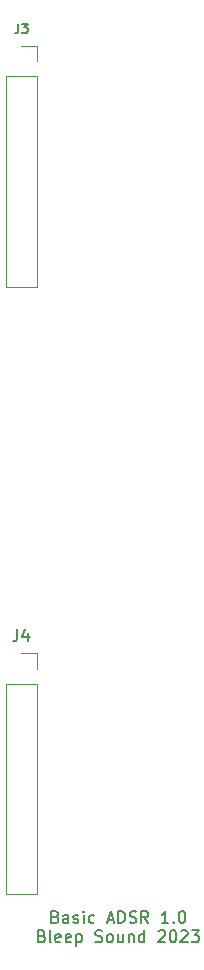
<source format=gto>
G04 #@! TF.GenerationSoftware,KiCad,Pcbnew,7.0.7-7.0.7~ubuntu22.04.1*
G04 #@! TF.CreationDate,2023-09-25T23:33:37+02:00*
G04 #@! TF.ProjectId,Basic-ADSR,42617369-632d-4414-9453-522e6b696361,rev?*
G04 #@! TF.SameCoordinates,Original*
G04 #@! TF.FileFunction,Legend,Top*
G04 #@! TF.FilePolarity,Positive*
%FSLAX46Y46*%
G04 Gerber Fmt 4.6, Leading zero omitted, Abs format (unit mm)*
G04 Created by KiCad (PCBNEW 7.0.7-7.0.7~ubuntu22.04.1) date 2023-09-25 23:33:37*
%MOMM*%
%LPD*%
G01*
G04 APERTURE LIST*
%ADD10C,0.150000*%
%ADD11C,0.120000*%
%ADD12R,1.700000X1.700000*%
%ADD13O,1.700000X1.700000*%
%ADD14C,3.200000*%
%ADD15R,1.600000X1.600000*%
%ADD16O,1.600000X1.600000*%
%ADD17C,1.600000*%
%ADD18R,1.500000X1.050000*%
%ADD19O,1.500000X1.050000*%
%ADD20C,1.700000*%
G04 APERTURE END LIST*
D10*
X33290476Y-121526009D02*
X33433333Y-121573628D01*
X33433333Y-121573628D02*
X33480952Y-121621247D01*
X33480952Y-121621247D02*
X33528571Y-121716485D01*
X33528571Y-121716485D02*
X33528571Y-121859342D01*
X33528571Y-121859342D02*
X33480952Y-121954580D01*
X33480952Y-121954580D02*
X33433333Y-122002200D01*
X33433333Y-122002200D02*
X33338095Y-122049819D01*
X33338095Y-122049819D02*
X32957143Y-122049819D01*
X32957143Y-122049819D02*
X32957143Y-121049819D01*
X32957143Y-121049819D02*
X33290476Y-121049819D01*
X33290476Y-121049819D02*
X33385714Y-121097438D01*
X33385714Y-121097438D02*
X33433333Y-121145057D01*
X33433333Y-121145057D02*
X33480952Y-121240295D01*
X33480952Y-121240295D02*
X33480952Y-121335533D01*
X33480952Y-121335533D02*
X33433333Y-121430771D01*
X33433333Y-121430771D02*
X33385714Y-121478390D01*
X33385714Y-121478390D02*
X33290476Y-121526009D01*
X33290476Y-121526009D02*
X32957143Y-121526009D01*
X34385714Y-122049819D02*
X34385714Y-121526009D01*
X34385714Y-121526009D02*
X34338095Y-121430771D01*
X34338095Y-121430771D02*
X34242857Y-121383152D01*
X34242857Y-121383152D02*
X34052381Y-121383152D01*
X34052381Y-121383152D02*
X33957143Y-121430771D01*
X34385714Y-122002200D02*
X34290476Y-122049819D01*
X34290476Y-122049819D02*
X34052381Y-122049819D01*
X34052381Y-122049819D02*
X33957143Y-122002200D01*
X33957143Y-122002200D02*
X33909524Y-121906961D01*
X33909524Y-121906961D02*
X33909524Y-121811723D01*
X33909524Y-121811723D02*
X33957143Y-121716485D01*
X33957143Y-121716485D02*
X34052381Y-121668866D01*
X34052381Y-121668866D02*
X34290476Y-121668866D01*
X34290476Y-121668866D02*
X34385714Y-121621247D01*
X34814286Y-122002200D02*
X34909524Y-122049819D01*
X34909524Y-122049819D02*
X35100000Y-122049819D01*
X35100000Y-122049819D02*
X35195238Y-122002200D01*
X35195238Y-122002200D02*
X35242857Y-121906961D01*
X35242857Y-121906961D02*
X35242857Y-121859342D01*
X35242857Y-121859342D02*
X35195238Y-121764104D01*
X35195238Y-121764104D02*
X35100000Y-121716485D01*
X35100000Y-121716485D02*
X34957143Y-121716485D01*
X34957143Y-121716485D02*
X34861905Y-121668866D01*
X34861905Y-121668866D02*
X34814286Y-121573628D01*
X34814286Y-121573628D02*
X34814286Y-121526009D01*
X34814286Y-121526009D02*
X34861905Y-121430771D01*
X34861905Y-121430771D02*
X34957143Y-121383152D01*
X34957143Y-121383152D02*
X35100000Y-121383152D01*
X35100000Y-121383152D02*
X35195238Y-121430771D01*
X35671429Y-122049819D02*
X35671429Y-121383152D01*
X35671429Y-121049819D02*
X35623810Y-121097438D01*
X35623810Y-121097438D02*
X35671429Y-121145057D01*
X35671429Y-121145057D02*
X35719048Y-121097438D01*
X35719048Y-121097438D02*
X35671429Y-121049819D01*
X35671429Y-121049819D02*
X35671429Y-121145057D01*
X36576190Y-122002200D02*
X36480952Y-122049819D01*
X36480952Y-122049819D02*
X36290476Y-122049819D01*
X36290476Y-122049819D02*
X36195238Y-122002200D01*
X36195238Y-122002200D02*
X36147619Y-121954580D01*
X36147619Y-121954580D02*
X36100000Y-121859342D01*
X36100000Y-121859342D02*
X36100000Y-121573628D01*
X36100000Y-121573628D02*
X36147619Y-121478390D01*
X36147619Y-121478390D02*
X36195238Y-121430771D01*
X36195238Y-121430771D02*
X36290476Y-121383152D01*
X36290476Y-121383152D02*
X36480952Y-121383152D01*
X36480952Y-121383152D02*
X36576190Y-121430771D01*
X37719048Y-121764104D02*
X38195238Y-121764104D01*
X37623810Y-122049819D02*
X37957143Y-121049819D01*
X37957143Y-121049819D02*
X38290476Y-122049819D01*
X38623810Y-122049819D02*
X38623810Y-121049819D01*
X38623810Y-121049819D02*
X38861905Y-121049819D01*
X38861905Y-121049819D02*
X39004762Y-121097438D01*
X39004762Y-121097438D02*
X39100000Y-121192676D01*
X39100000Y-121192676D02*
X39147619Y-121287914D01*
X39147619Y-121287914D02*
X39195238Y-121478390D01*
X39195238Y-121478390D02*
X39195238Y-121621247D01*
X39195238Y-121621247D02*
X39147619Y-121811723D01*
X39147619Y-121811723D02*
X39100000Y-121906961D01*
X39100000Y-121906961D02*
X39004762Y-122002200D01*
X39004762Y-122002200D02*
X38861905Y-122049819D01*
X38861905Y-122049819D02*
X38623810Y-122049819D01*
X39576191Y-122002200D02*
X39719048Y-122049819D01*
X39719048Y-122049819D02*
X39957143Y-122049819D01*
X39957143Y-122049819D02*
X40052381Y-122002200D01*
X40052381Y-122002200D02*
X40100000Y-121954580D01*
X40100000Y-121954580D02*
X40147619Y-121859342D01*
X40147619Y-121859342D02*
X40147619Y-121764104D01*
X40147619Y-121764104D02*
X40100000Y-121668866D01*
X40100000Y-121668866D02*
X40052381Y-121621247D01*
X40052381Y-121621247D02*
X39957143Y-121573628D01*
X39957143Y-121573628D02*
X39766667Y-121526009D01*
X39766667Y-121526009D02*
X39671429Y-121478390D01*
X39671429Y-121478390D02*
X39623810Y-121430771D01*
X39623810Y-121430771D02*
X39576191Y-121335533D01*
X39576191Y-121335533D02*
X39576191Y-121240295D01*
X39576191Y-121240295D02*
X39623810Y-121145057D01*
X39623810Y-121145057D02*
X39671429Y-121097438D01*
X39671429Y-121097438D02*
X39766667Y-121049819D01*
X39766667Y-121049819D02*
X40004762Y-121049819D01*
X40004762Y-121049819D02*
X40147619Y-121097438D01*
X41147619Y-122049819D02*
X40814286Y-121573628D01*
X40576191Y-122049819D02*
X40576191Y-121049819D01*
X40576191Y-121049819D02*
X40957143Y-121049819D01*
X40957143Y-121049819D02*
X41052381Y-121097438D01*
X41052381Y-121097438D02*
X41100000Y-121145057D01*
X41100000Y-121145057D02*
X41147619Y-121240295D01*
X41147619Y-121240295D02*
X41147619Y-121383152D01*
X41147619Y-121383152D02*
X41100000Y-121478390D01*
X41100000Y-121478390D02*
X41052381Y-121526009D01*
X41052381Y-121526009D02*
X40957143Y-121573628D01*
X40957143Y-121573628D02*
X40576191Y-121573628D01*
X42861905Y-122049819D02*
X42290477Y-122049819D01*
X42576191Y-122049819D02*
X42576191Y-121049819D01*
X42576191Y-121049819D02*
X42480953Y-121192676D01*
X42480953Y-121192676D02*
X42385715Y-121287914D01*
X42385715Y-121287914D02*
X42290477Y-121335533D01*
X43290477Y-121954580D02*
X43338096Y-122002200D01*
X43338096Y-122002200D02*
X43290477Y-122049819D01*
X43290477Y-122049819D02*
X43242858Y-122002200D01*
X43242858Y-122002200D02*
X43290477Y-121954580D01*
X43290477Y-121954580D02*
X43290477Y-122049819D01*
X43957143Y-121049819D02*
X44052381Y-121049819D01*
X44052381Y-121049819D02*
X44147619Y-121097438D01*
X44147619Y-121097438D02*
X44195238Y-121145057D01*
X44195238Y-121145057D02*
X44242857Y-121240295D01*
X44242857Y-121240295D02*
X44290476Y-121430771D01*
X44290476Y-121430771D02*
X44290476Y-121668866D01*
X44290476Y-121668866D02*
X44242857Y-121859342D01*
X44242857Y-121859342D02*
X44195238Y-121954580D01*
X44195238Y-121954580D02*
X44147619Y-122002200D01*
X44147619Y-122002200D02*
X44052381Y-122049819D01*
X44052381Y-122049819D02*
X43957143Y-122049819D01*
X43957143Y-122049819D02*
X43861905Y-122002200D01*
X43861905Y-122002200D02*
X43814286Y-121954580D01*
X43814286Y-121954580D02*
X43766667Y-121859342D01*
X43766667Y-121859342D02*
X43719048Y-121668866D01*
X43719048Y-121668866D02*
X43719048Y-121430771D01*
X43719048Y-121430771D02*
X43766667Y-121240295D01*
X43766667Y-121240295D02*
X43814286Y-121145057D01*
X43814286Y-121145057D02*
X43861905Y-121097438D01*
X43861905Y-121097438D02*
X43957143Y-121049819D01*
X32147618Y-123136009D02*
X32290475Y-123183628D01*
X32290475Y-123183628D02*
X32338094Y-123231247D01*
X32338094Y-123231247D02*
X32385713Y-123326485D01*
X32385713Y-123326485D02*
X32385713Y-123469342D01*
X32385713Y-123469342D02*
X32338094Y-123564580D01*
X32338094Y-123564580D02*
X32290475Y-123612200D01*
X32290475Y-123612200D02*
X32195237Y-123659819D01*
X32195237Y-123659819D02*
X31814285Y-123659819D01*
X31814285Y-123659819D02*
X31814285Y-122659819D01*
X31814285Y-122659819D02*
X32147618Y-122659819D01*
X32147618Y-122659819D02*
X32242856Y-122707438D01*
X32242856Y-122707438D02*
X32290475Y-122755057D01*
X32290475Y-122755057D02*
X32338094Y-122850295D01*
X32338094Y-122850295D02*
X32338094Y-122945533D01*
X32338094Y-122945533D02*
X32290475Y-123040771D01*
X32290475Y-123040771D02*
X32242856Y-123088390D01*
X32242856Y-123088390D02*
X32147618Y-123136009D01*
X32147618Y-123136009D02*
X31814285Y-123136009D01*
X32957142Y-123659819D02*
X32861904Y-123612200D01*
X32861904Y-123612200D02*
X32814285Y-123516961D01*
X32814285Y-123516961D02*
X32814285Y-122659819D01*
X33719047Y-123612200D02*
X33623809Y-123659819D01*
X33623809Y-123659819D02*
X33433333Y-123659819D01*
X33433333Y-123659819D02*
X33338095Y-123612200D01*
X33338095Y-123612200D02*
X33290476Y-123516961D01*
X33290476Y-123516961D02*
X33290476Y-123136009D01*
X33290476Y-123136009D02*
X33338095Y-123040771D01*
X33338095Y-123040771D02*
X33433333Y-122993152D01*
X33433333Y-122993152D02*
X33623809Y-122993152D01*
X33623809Y-122993152D02*
X33719047Y-123040771D01*
X33719047Y-123040771D02*
X33766666Y-123136009D01*
X33766666Y-123136009D02*
X33766666Y-123231247D01*
X33766666Y-123231247D02*
X33290476Y-123326485D01*
X34576190Y-123612200D02*
X34480952Y-123659819D01*
X34480952Y-123659819D02*
X34290476Y-123659819D01*
X34290476Y-123659819D02*
X34195238Y-123612200D01*
X34195238Y-123612200D02*
X34147619Y-123516961D01*
X34147619Y-123516961D02*
X34147619Y-123136009D01*
X34147619Y-123136009D02*
X34195238Y-123040771D01*
X34195238Y-123040771D02*
X34290476Y-122993152D01*
X34290476Y-122993152D02*
X34480952Y-122993152D01*
X34480952Y-122993152D02*
X34576190Y-123040771D01*
X34576190Y-123040771D02*
X34623809Y-123136009D01*
X34623809Y-123136009D02*
X34623809Y-123231247D01*
X34623809Y-123231247D02*
X34147619Y-123326485D01*
X35052381Y-122993152D02*
X35052381Y-123993152D01*
X35052381Y-123040771D02*
X35147619Y-122993152D01*
X35147619Y-122993152D02*
X35338095Y-122993152D01*
X35338095Y-122993152D02*
X35433333Y-123040771D01*
X35433333Y-123040771D02*
X35480952Y-123088390D01*
X35480952Y-123088390D02*
X35528571Y-123183628D01*
X35528571Y-123183628D02*
X35528571Y-123469342D01*
X35528571Y-123469342D02*
X35480952Y-123564580D01*
X35480952Y-123564580D02*
X35433333Y-123612200D01*
X35433333Y-123612200D02*
X35338095Y-123659819D01*
X35338095Y-123659819D02*
X35147619Y-123659819D01*
X35147619Y-123659819D02*
X35052381Y-123612200D01*
X36671429Y-123612200D02*
X36814286Y-123659819D01*
X36814286Y-123659819D02*
X37052381Y-123659819D01*
X37052381Y-123659819D02*
X37147619Y-123612200D01*
X37147619Y-123612200D02*
X37195238Y-123564580D01*
X37195238Y-123564580D02*
X37242857Y-123469342D01*
X37242857Y-123469342D02*
X37242857Y-123374104D01*
X37242857Y-123374104D02*
X37195238Y-123278866D01*
X37195238Y-123278866D02*
X37147619Y-123231247D01*
X37147619Y-123231247D02*
X37052381Y-123183628D01*
X37052381Y-123183628D02*
X36861905Y-123136009D01*
X36861905Y-123136009D02*
X36766667Y-123088390D01*
X36766667Y-123088390D02*
X36719048Y-123040771D01*
X36719048Y-123040771D02*
X36671429Y-122945533D01*
X36671429Y-122945533D02*
X36671429Y-122850295D01*
X36671429Y-122850295D02*
X36719048Y-122755057D01*
X36719048Y-122755057D02*
X36766667Y-122707438D01*
X36766667Y-122707438D02*
X36861905Y-122659819D01*
X36861905Y-122659819D02*
X37100000Y-122659819D01*
X37100000Y-122659819D02*
X37242857Y-122707438D01*
X37814286Y-123659819D02*
X37719048Y-123612200D01*
X37719048Y-123612200D02*
X37671429Y-123564580D01*
X37671429Y-123564580D02*
X37623810Y-123469342D01*
X37623810Y-123469342D02*
X37623810Y-123183628D01*
X37623810Y-123183628D02*
X37671429Y-123088390D01*
X37671429Y-123088390D02*
X37719048Y-123040771D01*
X37719048Y-123040771D02*
X37814286Y-122993152D01*
X37814286Y-122993152D02*
X37957143Y-122993152D01*
X37957143Y-122993152D02*
X38052381Y-123040771D01*
X38052381Y-123040771D02*
X38100000Y-123088390D01*
X38100000Y-123088390D02*
X38147619Y-123183628D01*
X38147619Y-123183628D02*
X38147619Y-123469342D01*
X38147619Y-123469342D02*
X38100000Y-123564580D01*
X38100000Y-123564580D02*
X38052381Y-123612200D01*
X38052381Y-123612200D02*
X37957143Y-123659819D01*
X37957143Y-123659819D02*
X37814286Y-123659819D01*
X39004762Y-122993152D02*
X39004762Y-123659819D01*
X38576191Y-122993152D02*
X38576191Y-123516961D01*
X38576191Y-123516961D02*
X38623810Y-123612200D01*
X38623810Y-123612200D02*
X38719048Y-123659819D01*
X38719048Y-123659819D02*
X38861905Y-123659819D01*
X38861905Y-123659819D02*
X38957143Y-123612200D01*
X38957143Y-123612200D02*
X39004762Y-123564580D01*
X39480953Y-122993152D02*
X39480953Y-123659819D01*
X39480953Y-123088390D02*
X39528572Y-123040771D01*
X39528572Y-123040771D02*
X39623810Y-122993152D01*
X39623810Y-122993152D02*
X39766667Y-122993152D01*
X39766667Y-122993152D02*
X39861905Y-123040771D01*
X39861905Y-123040771D02*
X39909524Y-123136009D01*
X39909524Y-123136009D02*
X39909524Y-123659819D01*
X40814286Y-123659819D02*
X40814286Y-122659819D01*
X40814286Y-123612200D02*
X40719048Y-123659819D01*
X40719048Y-123659819D02*
X40528572Y-123659819D01*
X40528572Y-123659819D02*
X40433334Y-123612200D01*
X40433334Y-123612200D02*
X40385715Y-123564580D01*
X40385715Y-123564580D02*
X40338096Y-123469342D01*
X40338096Y-123469342D02*
X40338096Y-123183628D01*
X40338096Y-123183628D02*
X40385715Y-123088390D01*
X40385715Y-123088390D02*
X40433334Y-123040771D01*
X40433334Y-123040771D02*
X40528572Y-122993152D01*
X40528572Y-122993152D02*
X40719048Y-122993152D01*
X40719048Y-122993152D02*
X40814286Y-123040771D01*
X42004763Y-122755057D02*
X42052382Y-122707438D01*
X42052382Y-122707438D02*
X42147620Y-122659819D01*
X42147620Y-122659819D02*
X42385715Y-122659819D01*
X42385715Y-122659819D02*
X42480953Y-122707438D01*
X42480953Y-122707438D02*
X42528572Y-122755057D01*
X42528572Y-122755057D02*
X42576191Y-122850295D01*
X42576191Y-122850295D02*
X42576191Y-122945533D01*
X42576191Y-122945533D02*
X42528572Y-123088390D01*
X42528572Y-123088390D02*
X41957144Y-123659819D01*
X41957144Y-123659819D02*
X42576191Y-123659819D01*
X43195239Y-122659819D02*
X43290477Y-122659819D01*
X43290477Y-122659819D02*
X43385715Y-122707438D01*
X43385715Y-122707438D02*
X43433334Y-122755057D01*
X43433334Y-122755057D02*
X43480953Y-122850295D01*
X43480953Y-122850295D02*
X43528572Y-123040771D01*
X43528572Y-123040771D02*
X43528572Y-123278866D01*
X43528572Y-123278866D02*
X43480953Y-123469342D01*
X43480953Y-123469342D02*
X43433334Y-123564580D01*
X43433334Y-123564580D02*
X43385715Y-123612200D01*
X43385715Y-123612200D02*
X43290477Y-123659819D01*
X43290477Y-123659819D02*
X43195239Y-123659819D01*
X43195239Y-123659819D02*
X43100001Y-123612200D01*
X43100001Y-123612200D02*
X43052382Y-123564580D01*
X43052382Y-123564580D02*
X43004763Y-123469342D01*
X43004763Y-123469342D02*
X42957144Y-123278866D01*
X42957144Y-123278866D02*
X42957144Y-123040771D01*
X42957144Y-123040771D02*
X43004763Y-122850295D01*
X43004763Y-122850295D02*
X43052382Y-122755057D01*
X43052382Y-122755057D02*
X43100001Y-122707438D01*
X43100001Y-122707438D02*
X43195239Y-122659819D01*
X43909525Y-122755057D02*
X43957144Y-122707438D01*
X43957144Y-122707438D02*
X44052382Y-122659819D01*
X44052382Y-122659819D02*
X44290477Y-122659819D01*
X44290477Y-122659819D02*
X44385715Y-122707438D01*
X44385715Y-122707438D02*
X44433334Y-122755057D01*
X44433334Y-122755057D02*
X44480953Y-122850295D01*
X44480953Y-122850295D02*
X44480953Y-122945533D01*
X44480953Y-122945533D02*
X44433334Y-123088390D01*
X44433334Y-123088390D02*
X43861906Y-123659819D01*
X43861906Y-123659819D02*
X44480953Y-123659819D01*
X44814287Y-122659819D02*
X45433334Y-122659819D01*
X45433334Y-122659819D02*
X45100001Y-123040771D01*
X45100001Y-123040771D02*
X45242858Y-123040771D01*
X45242858Y-123040771D02*
X45338096Y-123088390D01*
X45338096Y-123088390D02*
X45385715Y-123136009D01*
X45385715Y-123136009D02*
X45433334Y-123231247D01*
X45433334Y-123231247D02*
X45433334Y-123469342D01*
X45433334Y-123469342D02*
X45385715Y-123564580D01*
X45385715Y-123564580D02*
X45338096Y-123612200D01*
X45338096Y-123612200D02*
X45242858Y-123659819D01*
X45242858Y-123659819D02*
X44957144Y-123659819D01*
X44957144Y-123659819D02*
X44861906Y-123612200D01*
X44861906Y-123612200D02*
X44814287Y-123564580D01*
X30066666Y-97184819D02*
X30066666Y-97899104D01*
X30066666Y-97899104D02*
X30019047Y-98041961D01*
X30019047Y-98041961D02*
X29923809Y-98137200D01*
X29923809Y-98137200D02*
X29780952Y-98184819D01*
X29780952Y-98184819D02*
X29685714Y-98184819D01*
X30971428Y-97518152D02*
X30971428Y-98184819D01*
X30733333Y-97137200D02*
X30495238Y-97851485D01*
X30495238Y-97851485D02*
X31114285Y-97851485D01*
X30133333Y-45892295D02*
X30133333Y-46463723D01*
X30133333Y-46463723D02*
X30095238Y-46578009D01*
X30095238Y-46578009D02*
X30019047Y-46654200D01*
X30019047Y-46654200D02*
X29904762Y-46692295D01*
X29904762Y-46692295D02*
X29828571Y-46692295D01*
X30438095Y-45892295D02*
X30933333Y-45892295D01*
X30933333Y-45892295D02*
X30666667Y-46197057D01*
X30666667Y-46197057D02*
X30780952Y-46197057D01*
X30780952Y-46197057D02*
X30857143Y-46235152D01*
X30857143Y-46235152D02*
X30895238Y-46273247D01*
X30895238Y-46273247D02*
X30933333Y-46349438D01*
X30933333Y-46349438D02*
X30933333Y-46539914D01*
X30933333Y-46539914D02*
X30895238Y-46616104D01*
X30895238Y-46616104D02*
X30857143Y-46654200D01*
X30857143Y-46654200D02*
X30780952Y-46692295D01*
X30780952Y-46692295D02*
X30552381Y-46692295D01*
X30552381Y-46692295D02*
X30476190Y-46654200D01*
X30476190Y-46654200D02*
X30438095Y-46616104D01*
D11*
X29070000Y-101770000D02*
X29070000Y-119610000D01*
X29070000Y-101770000D02*
X31730000Y-101770000D01*
X29070000Y-119610000D02*
X31730000Y-119610000D01*
X30400000Y-99170000D02*
X31730000Y-99170000D01*
X31730000Y-99170000D02*
X31730000Y-100500000D01*
X31730000Y-101770000D02*
X31730000Y-119610000D01*
X29070000Y-50370000D02*
X29070000Y-68210000D01*
X29070000Y-50370000D02*
X31730000Y-50370000D01*
X29070000Y-68210000D02*
X31730000Y-68210000D01*
X30400000Y-47770000D02*
X31730000Y-47770000D01*
X31730000Y-47770000D02*
X31730000Y-49100000D01*
X31730000Y-50370000D02*
X31730000Y-68210000D01*
%LPC*%
D12*
X30400000Y-100500000D03*
D13*
X30400000Y-103040000D03*
X30400000Y-105580000D03*
X30400000Y-108120000D03*
X30400000Y-110660000D03*
X30400000Y-113200000D03*
X30400000Y-115740000D03*
X30400000Y-118280000D03*
D14*
X44600000Y-107700000D03*
D12*
X30400000Y-49100000D03*
D13*
X30400000Y-51640000D03*
X30400000Y-54180000D03*
X30400000Y-56720000D03*
X30400000Y-59260000D03*
X30400000Y-61800000D03*
X30400000Y-64340000D03*
X30400000Y-66880000D03*
D15*
X33790000Y-55100000D03*
D16*
X41410000Y-55100000D03*
D17*
X37120000Y-93700000D03*
D16*
X47280000Y-93700000D03*
D17*
X47280000Y-99700000D03*
D16*
X37120000Y-99700000D03*
D17*
X39700000Y-84100000D03*
X44700000Y-84100000D03*
D18*
X32800000Y-92230000D03*
D19*
X32800000Y-93500000D03*
X32800000Y-94770000D03*
D15*
X34400000Y-112600000D03*
D17*
X36400000Y-112600000D03*
X37120000Y-78100000D03*
D16*
X47280000Y-78100000D03*
D15*
X34400000Y-118400000D03*
D17*
X36400000Y-118400000D03*
X32800000Y-68600000D03*
X32800000Y-73600000D03*
X46800000Y-57580000D03*
D16*
X46800000Y-47420000D03*
D17*
X37120000Y-87300000D03*
D16*
X47280000Y-87300000D03*
D18*
X32800000Y-80900000D03*
D19*
X32800000Y-82170000D03*
X32800000Y-83440000D03*
D17*
X43960000Y-52100000D03*
D16*
X33800000Y-52100000D03*
D15*
X38390000Y-81100000D03*
D16*
X46010000Y-81100000D03*
D17*
X33520000Y-58100000D03*
D16*
X43680000Y-58100000D03*
G36*
G01*
X35650000Y-127020000D02*
X35650000Y-128220000D01*
G75*
G02*
X35400000Y-128470000I-250000J0D01*
G01*
X34200000Y-128470000D01*
G75*
G02*
X33950000Y-128220000I0J250000D01*
G01*
X33950000Y-127020000D01*
G75*
G02*
X34200000Y-126770000I250000J0D01*
G01*
X35400000Y-126770000D01*
G75*
G02*
X35650000Y-127020000I0J-250000D01*
G01*
G37*
D20*
X32260000Y-127620000D03*
X34800000Y-130160000D03*
X32260000Y-130160000D03*
X34800000Y-132700000D03*
X32260000Y-132700000D03*
X34800000Y-135240000D03*
X32260000Y-135240000D03*
X34800000Y-137780000D03*
X32260000Y-137780000D03*
D17*
X47280000Y-90500000D03*
D16*
X37120000Y-90500000D03*
D15*
X38390000Y-96700000D03*
D16*
X46010000Y-96700000D03*
D15*
X43800000Y-43020000D03*
D16*
X41260000Y-43020000D03*
X38720000Y-43020000D03*
X36180000Y-43020000D03*
X36180000Y-35400000D03*
X38720000Y-35400000D03*
X41260000Y-35400000D03*
X43800000Y-35400000D03*
D15*
X41420000Y-45900000D03*
D16*
X33800000Y-45900000D03*
D17*
X33800000Y-48900000D03*
D16*
X43960000Y-48900000D03*
D18*
X32800000Y-86630000D03*
D19*
X32800000Y-87900000D03*
X32800000Y-89170000D03*
D17*
X47000000Y-35500000D03*
X47000000Y-40500000D03*
X37120000Y-74900000D03*
D16*
X47280000Y-74900000D03*
D15*
X31800000Y-38544888D03*
D17*
X31800000Y-40544888D03*
D15*
X38190000Y-71900000D03*
D16*
X45810000Y-71900000D03*
D15*
X40800000Y-137900000D03*
D17*
X42800000Y-137900000D03*
X46800000Y-66400000D03*
X46800000Y-61400000D03*
D15*
X43400000Y-127700000D03*
D17*
X41400000Y-127700000D03*
D15*
X36000000Y-61300000D03*
D16*
X38540000Y-61300000D03*
X41080000Y-61300000D03*
X43620000Y-61300000D03*
X43620000Y-68920000D03*
X41080000Y-68920000D03*
X38540000Y-68920000D03*
X36000000Y-68920000D03*
%LPD*%
M02*

</source>
